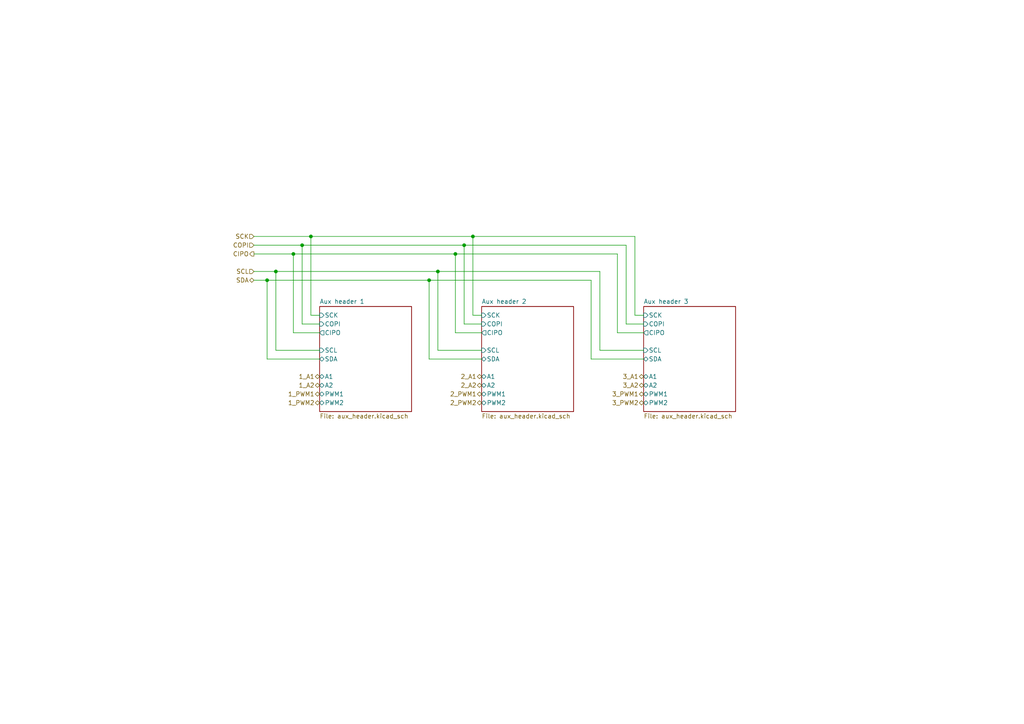
<source format=kicad_sch>
(kicad_sch (version 20211123) (generator eeschema)
  (paper "A4")
  (title_block (title "Output") (date "2022-03-29") (rev "003"))
  (lib_symbols)
  (junction (at 85.09 73.66))
  (junction (at 137.16 68.58))
  (junction (at 77.47 81.28))
  (junction (at 124.46 81.28))
  (junction (at 80.01 78.74))
  (junction (at 87.63 71.12))
  (junction (at 132.08 73.66))
  (junction (at 134.62 71.12))
  (junction (at 127 78.74))
  (junction (at 90.17 68.58))
  (wire (pts (xy 90.17 91.44) (xy 90.17 68.58)))
  (wire (pts (xy 77.47 104.14) (xy 92.71 104.14)))
  (wire (pts (xy 92.71 101.6) (xy 80.01 101.6)))
  (wire (pts (xy 134.62 71.12) (xy 181.61 71.12)))
  (wire (pts (xy 90.17 91.44) (xy 92.71 91.44)))
  (wire (pts (xy 73.66 81.28) (xy 77.47 81.28)))
  (wire (pts (xy 139.7 101.6) (xy 127 101.6)))
  (wire (pts (xy 171.45 104.14) (xy 186.69 104.14)))
  (wire (pts (xy 137.16 91.44) (xy 137.16 68.58)))
  (wire (pts (xy 127 78.74) (xy 173.99 78.74)))
  (wire (pts (xy 179.07 96.52) (xy 186.69 96.52)))
  (wire (pts (xy 124.46 81.28) (xy 124.46 104.14)))
  (wire (pts (xy 184.15 91.44) (xy 184.15 68.58)))
  (wire (pts (xy 181.61 93.98) (xy 186.69 93.98)))
  (wire (pts (xy 87.63 71.12) (xy 73.66 71.12)))
  (wire (pts (xy 186.69 101.6) (xy 173.99 101.6)))
  (wire (pts (xy 173.99 101.6) (xy 173.99 78.74)))
  (wire (pts (xy 85.09 96.52) (xy 92.71 96.52)))
  (wire (pts (xy 124.46 104.14) (xy 139.7 104.14)))
  (wire (pts (xy 132.08 96.52) (xy 132.08 73.66)))
  (wire (pts (xy 132.08 73.66) (xy 179.07 73.66)))
  (wire (pts (xy 73.66 68.58) (xy 90.17 68.58)))
  (wire (pts (xy 80.01 78.74) (xy 73.66 78.74)))
  (wire (pts (xy 77.47 81.28) (xy 77.47 104.14)))
  (wire (pts (xy 124.46 81.28) (xy 171.45 81.28)))
  (wire (pts (xy 87.63 93.98) (xy 92.71 93.98)))
  (wire (pts (xy 85.09 73.66) (xy 73.66 73.66)))
  (wire (pts (xy 85.09 96.52) (xy 85.09 73.66)))
  (wire (pts (xy 184.15 91.44) (xy 186.69 91.44)))
  (wire (pts (xy 85.09 73.66) (xy 132.08 73.66)))
  (wire (pts (xy 134.62 93.98) (xy 139.7 93.98)))
  (wire (pts (xy 90.17 68.58) (xy 137.16 68.58)))
  (wire (pts (xy 137.16 68.58) (xy 184.15 68.58)))
  (wire (pts (xy 127 101.6) (xy 127 78.74)))
  (wire (pts (xy 171.45 81.28) (xy 171.45 104.14)))
  (wire (pts (xy 179.07 96.52) (xy 179.07 73.66)))
  (wire (pts (xy 80.01 78.74) (xy 127 78.74)))
  (wire (pts (xy 87.63 71.12) (xy 134.62 71.12)))
  (wire (pts (xy 80.01 101.6) (xy 80.01 78.74)))
  (wire (pts (xy 134.62 93.98) (xy 134.62 71.12)))
  (wire (pts (xy 77.47 81.28) (xy 124.46 81.28)))
  (wire (pts (xy 87.63 93.98) (xy 87.63 71.12)))
  (wire (pts (xy 181.61 93.98) (xy 181.61 71.12)))
  (wire (pts (xy 137.16 91.44) (xy 139.7 91.44)))
  (wire (pts (xy 132.08 96.52) (xy 139.7 96.52)))
  (hierarchical_label "2_PWM1" (shape bidirectional) (at 139.7 114.3 180))
  (hierarchical_label "SCL" (shape input) (at 73.66 78.74 180))
  (hierarchical_label "2_A2" (shape bidirectional) (at 139.7 111.76 180))
  (hierarchical_label "SCK" (shape input) (at 73.66 68.58 180))
  (hierarchical_label "3_PWM2" (shape bidirectional) (at 186.69 116.84 180))
  (hierarchical_label "1_PWM2" (shape bidirectional) (at 92.71 116.84 180))
  (hierarchical_label "3_PWM1" (shape bidirectional) (at 186.69 114.3 180))
  (hierarchical_label "COPI" (shape input) (at 73.66 71.12 180))
  (hierarchical_label "1_A1" (shape bidirectional) (at 92.71 109.22 180))
  (hierarchical_label "2_A1" (shape bidirectional) (at 139.7 109.22 180))
  (hierarchical_label "3_A2" (shape bidirectional) (at 186.69 111.76 180))
  (hierarchical_label "2_PWM2" (shape bidirectional) (at 139.7 116.84 180))
  (hierarchical_label "3_A1" (shape bidirectional) (at 186.69 109.22 180))
  (hierarchical_label "CIPO" (shape output) (at 73.66 73.66 180))
  (hierarchical_label "1_A2" (shape bidirectional) (at 92.71 111.76 180))
  (hierarchical_label "1_PWM1" (shape bidirectional) (at 92.71 114.3 180))
  (hierarchical_label "SDA" (shape bidirectional) (at 73.66 81.28 180))
  (sheet (at 92.71 88.9) (size 26.67 30.48) (stroke (width 0.1524))
    (property "Sheet name" "Aux header 1" (at 92.71 88.1884 0) (effects (justify left bottom)))
    (property "Sheet file" "aux_header.kicad_sch" (at 92.71 119.9646 0) (effects (justify left top)))
    (pin "PWM1" bidirectional (at 92.71 114.3 180))
    (pin "A2" bidirectional (at 92.71 111.76 180))
    (pin "A1" bidirectional (at 92.71 109.22 180))
    (pin "PWM2" bidirectional (at 92.71 116.84 180))
    (pin "COPI" input (at 92.71 93.98 180))
    (pin "CIPO" output (at 92.71 96.52 180))
    (pin "SCL" input (at 92.71 101.6 180))
    (pin "SCK" input (at 92.71 91.44 180))
    (pin "SDA" bidirectional (at 92.71 104.14 180))
  )
  (sheet (at 186.69 88.9) (size 26.67 30.48) (stroke (width 0.1524))
    (property "Sheet name" "Aux header 3" (at 186.69 88.1884 0) (effects (justify left bottom)))
    (property "Sheet file" "aux_header.kicad_sch" (at 186.69 119.9646 0) (effects (justify left top)))
    (pin "PWM1" bidirectional (at 186.69 114.3 180))
    (pin "A2" bidirectional (at 186.69 111.76 180))
    (pin "A1" bidirectional (at 186.69 109.22 180))
    (pin "PWM2" bidirectional (at 186.69 116.84 180))
    (pin "COPI" input (at 186.69 93.98 180))
    (pin "CIPO" output (at 186.69 96.52 180))
    (pin "SCL" input (at 186.69 101.6 180))
    (pin "SCK" input (at 186.69 91.44 180))
    (pin "SDA" bidirectional (at 186.69 104.14 180))
  )
  (sheet (at 139.7 88.9) (size 26.67 30.48) (stroke (width 0.1524))
    (property "Sheet name" "Aux header 2" (at 139.7 88.1884 0) (effects (justify left bottom)))
    (property "Sheet file" "aux_header.kicad_sch" (at 139.7 119.9646 0) (effects (justify left top)))
    (pin "PWM1" bidirectional (at 139.7 114.3 180))
    (pin "A2" bidirectional (at 139.7 111.76 180))
    (pin "A1" bidirectional (at 139.7 109.22 180))
    (pin "PWM2" bidirectional (at 139.7 116.84 180))
    (pin "COPI" input (at 139.7 93.98 180))
    (pin "CIPO" output (at 139.7 96.52 180))
    (pin "SCL" input (at 139.7 101.6 180))
    (pin "SCK" input (at 139.7 91.44 180))
    (pin "SDA" bidirectional (at 139.7 104.14 180))
  )
)
</source>
